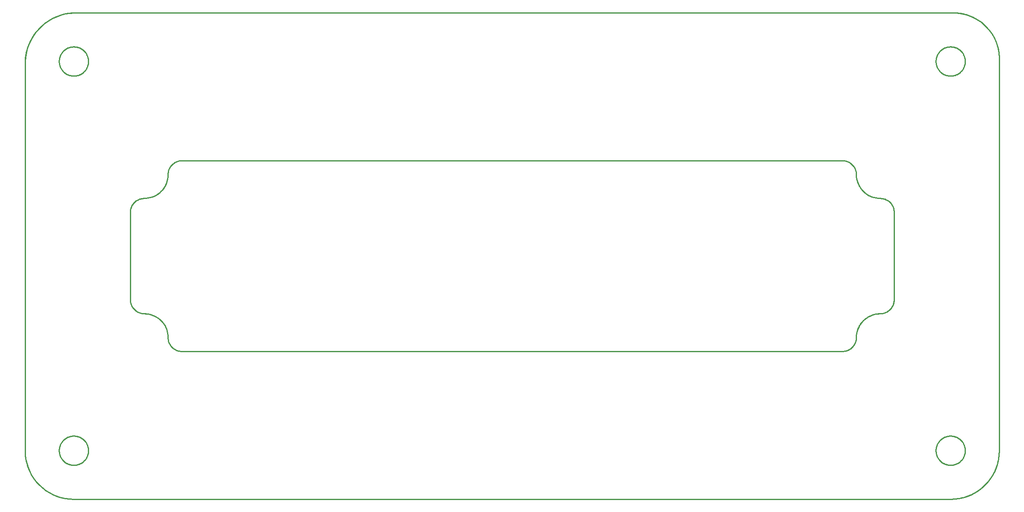
<source format=gko>
G04 EAGLE Gerber RS-274X export*
G75*
%MOMM*%
%FSLAX34Y34*%
%LPD*%
%IN*%
%IPPOS*%
%AMOC8*
5,1,8,0,0,1.08239X$1,22.5*%
G01*
%ADD10C,0.200000*%
%ADD11C,0.000000*%
%ADD12C,0.254000*%


D10*
X-1000000Y-400000D02*
X-999971Y-402416D01*
X-999883Y-404831D01*
X-999737Y-407243D01*
X-999533Y-409651D01*
X-999271Y-412054D01*
X-998951Y-414449D01*
X-998573Y-416836D01*
X-998137Y-419213D01*
X-997644Y-421578D01*
X-997094Y-423932D01*
X-996488Y-426271D01*
X-995825Y-428595D01*
X-995106Y-430902D01*
X-994331Y-433191D01*
X-993502Y-435460D01*
X-992617Y-437709D01*
X-991679Y-439936D01*
X-990687Y-442140D01*
X-989643Y-444319D01*
X-988546Y-446472D01*
X-987397Y-448598D01*
X-986197Y-450696D01*
X-984947Y-452764D01*
X-983647Y-454801D01*
X-982298Y-456806D01*
X-980902Y-458779D01*
X-979458Y-460716D01*
X-977967Y-462619D01*
X-976432Y-464484D01*
X-974851Y-466312D01*
X-973227Y-468102D01*
X-971560Y-469851D01*
X-969851Y-471560D01*
X-968102Y-473227D01*
X-966312Y-474851D01*
X-964484Y-476432D01*
X-962619Y-477967D01*
X-960716Y-479458D01*
X-958779Y-480902D01*
X-956806Y-482298D01*
X-954801Y-483647D01*
X-952764Y-484947D01*
X-950696Y-486197D01*
X-948598Y-487397D01*
X-946472Y-488546D01*
X-944319Y-489643D01*
X-942140Y-490687D01*
X-939936Y-491679D01*
X-937709Y-492617D01*
X-935460Y-493502D01*
X-933191Y-494331D01*
X-930902Y-495106D01*
X-928595Y-495825D01*
X-926271Y-496488D01*
X-923932Y-497094D01*
X-921578Y-497644D01*
X-919213Y-498137D01*
X-916836Y-498573D01*
X-914449Y-498951D01*
X-912054Y-499271D01*
X-909651Y-499533D01*
X-907243Y-499737D01*
X-904831Y-499883D01*
X-902416Y-499971D01*
X-900000Y-500000D01*
X900000Y-500000D01*
X902416Y-499971D01*
X904831Y-499883D01*
X907243Y-499737D01*
X909651Y-499533D01*
X912054Y-499271D01*
X914449Y-498951D01*
X916836Y-498573D01*
X919213Y-498137D01*
X921578Y-497644D01*
X923932Y-497094D01*
X926271Y-496488D01*
X928595Y-495825D01*
X930902Y-495106D01*
X933191Y-494331D01*
X935460Y-493502D01*
X937709Y-492617D01*
X939936Y-491679D01*
X942140Y-490687D01*
X944319Y-489643D01*
X946472Y-488546D01*
X948598Y-487397D01*
X950696Y-486197D01*
X952764Y-484947D01*
X954801Y-483647D01*
X956806Y-482298D01*
X958779Y-480902D01*
X960716Y-479458D01*
X962619Y-477967D01*
X964484Y-476432D01*
X966312Y-474851D01*
X968102Y-473227D01*
X969851Y-471560D01*
X971560Y-469851D01*
X973227Y-468102D01*
X974851Y-466312D01*
X976432Y-464484D01*
X977967Y-462619D01*
X979458Y-460716D01*
X980902Y-458779D01*
X982298Y-456806D01*
X983647Y-454801D01*
X984947Y-452764D01*
X986197Y-450696D01*
X987397Y-448598D01*
X988546Y-446472D01*
X989643Y-444319D01*
X990687Y-442140D01*
X991679Y-439936D01*
X992617Y-437709D01*
X993502Y-435460D01*
X994331Y-433191D01*
X995106Y-430902D01*
X995825Y-428595D01*
X996488Y-426271D01*
X997094Y-423932D01*
X997644Y-421578D01*
X998137Y-419213D01*
X998573Y-416836D01*
X998951Y-414449D01*
X999271Y-412054D01*
X999533Y-409651D01*
X999737Y-407243D01*
X999883Y-404831D01*
X999971Y-402416D01*
X1000000Y-400000D01*
X1000000Y400000D01*
X1000001Y400000D02*
X1000094Y402297D01*
X1000131Y404596D01*
X1000113Y406894D01*
X1000040Y409192D01*
X999911Y411487D01*
X999726Y413779D01*
X999486Y416065D01*
X999191Y418345D01*
X998841Y420617D01*
X998437Y422880D01*
X997977Y425133D01*
X997464Y427374D01*
X996896Y429601D01*
X996275Y431815D01*
X995600Y434013D01*
X994873Y436193D01*
X994093Y438356D01*
X993261Y440499D01*
X992377Y442621D01*
X991442Y444722D01*
X990457Y446799D01*
X989422Y448852D01*
X988338Y450879D01*
X987205Y452879D01*
X986024Y454851D01*
X984796Y456795D01*
X983521Y458708D01*
X982200Y460590D01*
X980835Y462439D01*
X979425Y464254D01*
X977971Y466035D01*
X976475Y467781D01*
X974937Y469490D01*
X973358Y471161D01*
X971740Y472793D01*
X970082Y474386D01*
X968386Y475939D01*
X966654Y477449D01*
X964885Y478918D01*
X963081Y480344D01*
X961244Y481725D01*
X959373Y483062D01*
X957471Y484353D01*
X955539Y485597D01*
X953576Y486795D01*
X951586Y487945D01*
X949568Y489047D01*
X947524Y490099D01*
X945455Y491102D01*
X943363Y492054D01*
X941248Y492956D01*
X939112Y493806D01*
X936956Y494604D01*
X934782Y495350D01*
X932590Y496043D01*
X930382Y496683D01*
X928159Y497270D01*
X925923Y497803D01*
X923674Y498281D01*
X921415Y498705D01*
X919146Y499074D01*
X916868Y499389D01*
X914584Y499648D01*
X912294Y499852D01*
X910000Y500001D01*
X910000Y500000D02*
X-890000Y500000D01*
X-892539Y500090D01*
X-895079Y500119D01*
X-897619Y500086D01*
X-900157Y499992D01*
X-902693Y499837D01*
X-905224Y499621D01*
X-907749Y499343D01*
X-910266Y499005D01*
X-912775Y498605D01*
X-915273Y498145D01*
X-917760Y497625D01*
X-920233Y497046D01*
X-922692Y496406D01*
X-925134Y495707D01*
X-927558Y494950D01*
X-929964Y494134D01*
X-932349Y493260D01*
X-934713Y492329D01*
X-937053Y491341D01*
X-939369Y490297D01*
X-941658Y489197D01*
X-943921Y488042D01*
X-946155Y486832D01*
X-948359Y485569D01*
X-950532Y484254D01*
X-952672Y482886D01*
X-954779Y481466D01*
X-956851Y479997D01*
X-958887Y478477D01*
X-960885Y476909D01*
X-962845Y475293D01*
X-964766Y473630D01*
X-966645Y471922D01*
X-968483Y470168D01*
X-970278Y468370D01*
X-972029Y466530D01*
X-973735Y464648D01*
X-975395Y462725D01*
X-977008Y460763D01*
X-978573Y458762D01*
X-980089Y456724D01*
X-981556Y454650D01*
X-982972Y452541D01*
X-984337Y450398D01*
X-985649Y448223D01*
X-986909Y446017D01*
X-988115Y443781D01*
X-989266Y441517D01*
X-990363Y439226D01*
X-991404Y436909D01*
X-992388Y434567D01*
X-993316Y432202D01*
X-994186Y429816D01*
X-994998Y427409D01*
X-995752Y424983D01*
X-996447Y422540D01*
X-997083Y420080D01*
X-997659Y417606D01*
X-998176Y415119D01*
X-998632Y412620D01*
X-999027Y410111D01*
X-999362Y407593D01*
X-999636Y405067D01*
X-999849Y402536D01*
X-1000000Y400000D01*
X-1000000Y-400000D01*
X-784000Y-90000D02*
X-784000Y90000D01*
X-678000Y-196000D02*
X678000Y-196000D01*
X784000Y-90000D02*
X784000Y90000D01*
X678000Y196000D02*
X-678000Y196000D01*
X706500Y-167500D02*
X706514Y-166316D01*
X706557Y-165133D01*
X706629Y-163951D01*
X706729Y-162771D01*
X706857Y-161594D01*
X707014Y-160420D01*
X707199Y-159251D01*
X707413Y-158086D01*
X707654Y-156927D01*
X707924Y-155774D01*
X708221Y-154627D01*
X708546Y-153489D01*
X708898Y-152358D01*
X709278Y-151237D01*
X709684Y-150124D01*
X710117Y-149022D01*
X710577Y-147931D01*
X711063Y-146851D01*
X711575Y-145784D01*
X712113Y-144729D01*
X712676Y-143687D01*
X713263Y-142659D01*
X713876Y-141646D01*
X714513Y-140647D01*
X715174Y-139665D01*
X715858Y-138699D01*
X716566Y-137749D01*
X717296Y-136817D01*
X718049Y-135903D01*
X718823Y-135007D01*
X719619Y-134130D01*
X720436Y-133273D01*
X721273Y-132436D01*
X722130Y-131619D01*
X723007Y-130823D01*
X723903Y-130049D01*
X724817Y-129296D01*
X725749Y-128566D01*
X726699Y-127858D01*
X727665Y-127174D01*
X728647Y-126513D01*
X729646Y-125876D01*
X730659Y-125263D01*
X731687Y-124676D01*
X732729Y-124113D01*
X733784Y-123575D01*
X734851Y-123063D01*
X735931Y-122577D01*
X737022Y-122117D01*
X738124Y-121684D01*
X739237Y-121278D01*
X740358Y-120898D01*
X741489Y-120546D01*
X742627Y-120221D01*
X743774Y-119924D01*
X744927Y-119654D01*
X746086Y-119413D01*
X747251Y-119199D01*
X748420Y-119014D01*
X749594Y-118857D01*
X750771Y-118729D01*
X751951Y-118629D01*
X753133Y-118557D01*
X754316Y-118514D01*
X755500Y-118500D01*
X706500Y-167500D02*
X706492Y-168189D01*
X706467Y-168877D01*
X706425Y-169564D01*
X706367Y-170251D01*
X706292Y-170935D01*
X706201Y-171618D01*
X706093Y-172298D01*
X705969Y-172976D01*
X705829Y-173650D01*
X705672Y-174320D01*
X705499Y-174987D01*
X705310Y-175649D01*
X705105Y-176307D01*
X704884Y-176959D01*
X704648Y-177606D01*
X704396Y-178247D01*
X704129Y-178882D01*
X703846Y-179510D01*
X703548Y-180131D01*
X703235Y-180745D01*
X702908Y-181351D01*
X702566Y-181948D01*
X702210Y-182538D01*
X701839Y-183118D01*
X701455Y-183690D01*
X701057Y-184252D01*
X700645Y-184804D01*
X700221Y-185346D01*
X699783Y-185878D01*
X699333Y-186399D01*
X698870Y-186909D01*
X698395Y-187408D01*
X697908Y-187895D01*
X697409Y-188370D01*
X696899Y-188833D01*
X696378Y-189283D01*
X695846Y-189721D01*
X695304Y-190145D01*
X694752Y-190557D01*
X694190Y-190955D01*
X693618Y-191339D01*
X693038Y-191710D01*
X692448Y-192066D01*
X691851Y-192408D01*
X691245Y-192735D01*
X690631Y-193048D01*
X690010Y-193346D01*
X689382Y-193629D01*
X688747Y-193896D01*
X688106Y-194148D01*
X687459Y-194384D01*
X686807Y-194605D01*
X686149Y-194810D01*
X685487Y-194999D01*
X684820Y-195172D01*
X684150Y-195329D01*
X683476Y-195469D01*
X682798Y-195593D01*
X682118Y-195701D01*
X681435Y-195792D01*
X680751Y-195867D01*
X680064Y-195925D01*
X679377Y-195967D01*
X678689Y-195992D01*
X678000Y-196000D01*
X755500Y-118500D02*
X756189Y-118492D01*
X756877Y-118467D01*
X757564Y-118425D01*
X758251Y-118367D01*
X758935Y-118292D01*
X759618Y-118201D01*
X760298Y-118093D01*
X760976Y-117969D01*
X761650Y-117829D01*
X762320Y-117672D01*
X762987Y-117499D01*
X763649Y-117310D01*
X764307Y-117105D01*
X764959Y-116884D01*
X765606Y-116648D01*
X766247Y-116396D01*
X766882Y-116129D01*
X767510Y-115846D01*
X768131Y-115548D01*
X768745Y-115235D01*
X769351Y-114908D01*
X769948Y-114566D01*
X770538Y-114210D01*
X771118Y-113839D01*
X771690Y-113455D01*
X772252Y-113057D01*
X772804Y-112645D01*
X773346Y-112221D01*
X773878Y-111783D01*
X774399Y-111333D01*
X774909Y-110870D01*
X775408Y-110395D01*
X775895Y-109908D01*
X776370Y-109409D01*
X776833Y-108899D01*
X777283Y-108378D01*
X777721Y-107846D01*
X778145Y-107304D01*
X778557Y-106752D01*
X778955Y-106190D01*
X779339Y-105618D01*
X779710Y-105038D01*
X780066Y-104448D01*
X780408Y-103851D01*
X780735Y-103245D01*
X781048Y-102631D01*
X781346Y-102010D01*
X781629Y-101382D01*
X781896Y-100747D01*
X782148Y-100106D01*
X782384Y-99459D01*
X782605Y-98807D01*
X782810Y-98149D01*
X782999Y-97487D01*
X783172Y-96820D01*
X783329Y-96150D01*
X783469Y-95476D01*
X783593Y-94798D01*
X783701Y-94118D01*
X783792Y-93435D01*
X783867Y-92751D01*
X783925Y-92064D01*
X783967Y-91377D01*
X783992Y-90689D01*
X784000Y-90000D01*
X755500Y118500D02*
X754316Y118514D01*
X753133Y118557D01*
X751951Y118629D01*
X750771Y118729D01*
X749594Y118857D01*
X748420Y119014D01*
X747251Y119199D01*
X746086Y119413D01*
X744927Y119654D01*
X743774Y119924D01*
X742627Y120221D01*
X741489Y120546D01*
X740358Y120898D01*
X739237Y121278D01*
X738124Y121684D01*
X737022Y122117D01*
X735931Y122577D01*
X734851Y123063D01*
X733784Y123575D01*
X732729Y124113D01*
X731687Y124676D01*
X730659Y125263D01*
X729646Y125876D01*
X728647Y126513D01*
X727665Y127174D01*
X726699Y127858D01*
X725749Y128566D01*
X724817Y129296D01*
X723903Y130049D01*
X723007Y130823D01*
X722130Y131619D01*
X721273Y132436D01*
X720436Y133273D01*
X719619Y134130D01*
X718823Y135007D01*
X718049Y135903D01*
X717296Y136817D01*
X716566Y137749D01*
X715858Y138699D01*
X715174Y139665D01*
X714513Y140647D01*
X713876Y141646D01*
X713263Y142659D01*
X712676Y143687D01*
X712113Y144729D01*
X711575Y145784D01*
X711063Y146851D01*
X710577Y147931D01*
X710117Y149022D01*
X709684Y150124D01*
X709278Y151237D01*
X708898Y152358D01*
X708546Y153489D01*
X708221Y154627D01*
X707924Y155774D01*
X707654Y156927D01*
X707413Y158086D01*
X707199Y159251D01*
X707014Y160420D01*
X706857Y161594D01*
X706729Y162771D01*
X706629Y163951D01*
X706557Y165133D01*
X706514Y166316D01*
X706500Y167500D01*
X755500Y118500D02*
X756189Y118492D01*
X756877Y118467D01*
X757564Y118425D01*
X758251Y118367D01*
X758935Y118292D01*
X759618Y118201D01*
X760298Y118093D01*
X760976Y117969D01*
X761650Y117829D01*
X762320Y117672D01*
X762987Y117499D01*
X763649Y117310D01*
X764307Y117105D01*
X764959Y116884D01*
X765606Y116648D01*
X766247Y116396D01*
X766882Y116129D01*
X767510Y115846D01*
X768131Y115548D01*
X768745Y115235D01*
X769351Y114908D01*
X769948Y114566D01*
X770538Y114210D01*
X771118Y113839D01*
X771690Y113455D01*
X772252Y113057D01*
X772804Y112645D01*
X773346Y112221D01*
X773878Y111783D01*
X774399Y111333D01*
X774909Y110870D01*
X775408Y110395D01*
X775895Y109908D01*
X776370Y109409D01*
X776833Y108899D01*
X777283Y108378D01*
X777721Y107846D01*
X778145Y107304D01*
X778557Y106752D01*
X778955Y106190D01*
X779339Y105618D01*
X779710Y105038D01*
X780066Y104448D01*
X780408Y103851D01*
X780735Y103245D01*
X781048Y102631D01*
X781346Y102010D01*
X781629Y101382D01*
X781896Y100747D01*
X782148Y100106D01*
X782384Y99459D01*
X782605Y98807D01*
X782810Y98149D01*
X782999Y97487D01*
X783172Y96820D01*
X783329Y96150D01*
X783469Y95476D01*
X783593Y94798D01*
X783701Y94118D01*
X783792Y93435D01*
X783867Y92751D01*
X783925Y92064D01*
X783967Y91377D01*
X783992Y90689D01*
X784000Y90000D01*
X706500Y167500D02*
X706492Y168189D01*
X706467Y168877D01*
X706425Y169564D01*
X706367Y170251D01*
X706292Y170935D01*
X706201Y171618D01*
X706093Y172298D01*
X705969Y172976D01*
X705829Y173650D01*
X705672Y174320D01*
X705499Y174987D01*
X705310Y175649D01*
X705105Y176307D01*
X704884Y176959D01*
X704648Y177606D01*
X704396Y178247D01*
X704129Y178882D01*
X703846Y179510D01*
X703548Y180131D01*
X703235Y180745D01*
X702908Y181351D01*
X702566Y181948D01*
X702210Y182538D01*
X701839Y183118D01*
X701455Y183690D01*
X701057Y184252D01*
X700645Y184804D01*
X700221Y185346D01*
X699783Y185878D01*
X699333Y186399D01*
X698870Y186909D01*
X698395Y187408D01*
X697908Y187895D01*
X697409Y188370D01*
X696899Y188833D01*
X696378Y189283D01*
X695846Y189721D01*
X695304Y190145D01*
X694752Y190557D01*
X694190Y190955D01*
X693618Y191339D01*
X693038Y191710D01*
X692448Y192066D01*
X691851Y192408D01*
X691245Y192735D01*
X690631Y193048D01*
X690010Y193346D01*
X689382Y193629D01*
X688747Y193896D01*
X688106Y194148D01*
X687459Y194384D01*
X686807Y194605D01*
X686149Y194810D01*
X685487Y194999D01*
X684820Y195172D01*
X684150Y195329D01*
X683476Y195469D01*
X682798Y195593D01*
X682118Y195701D01*
X681435Y195792D01*
X680751Y195867D01*
X680064Y195925D01*
X679377Y195967D01*
X678689Y195992D01*
X678000Y196000D01*
X-706500Y167500D02*
X-706514Y166316D01*
X-706557Y165133D01*
X-706629Y163951D01*
X-706729Y162771D01*
X-706857Y161594D01*
X-707014Y160420D01*
X-707199Y159251D01*
X-707413Y158086D01*
X-707654Y156927D01*
X-707924Y155774D01*
X-708221Y154627D01*
X-708546Y153489D01*
X-708898Y152358D01*
X-709278Y151237D01*
X-709684Y150124D01*
X-710117Y149022D01*
X-710577Y147931D01*
X-711063Y146851D01*
X-711575Y145784D01*
X-712113Y144729D01*
X-712676Y143687D01*
X-713263Y142659D01*
X-713876Y141646D01*
X-714513Y140647D01*
X-715174Y139665D01*
X-715858Y138699D01*
X-716566Y137749D01*
X-717296Y136817D01*
X-718049Y135903D01*
X-718823Y135007D01*
X-719619Y134130D01*
X-720436Y133273D01*
X-721273Y132436D01*
X-722130Y131619D01*
X-723007Y130823D01*
X-723903Y130049D01*
X-724817Y129296D01*
X-725749Y128566D01*
X-726699Y127858D01*
X-727665Y127174D01*
X-728647Y126513D01*
X-729646Y125876D01*
X-730659Y125263D01*
X-731687Y124676D01*
X-732729Y124113D01*
X-733784Y123575D01*
X-734851Y123063D01*
X-735931Y122577D01*
X-737022Y122117D01*
X-738124Y121684D01*
X-739237Y121278D01*
X-740358Y120898D01*
X-741489Y120546D01*
X-742627Y120221D01*
X-743774Y119924D01*
X-744927Y119654D01*
X-746086Y119413D01*
X-747251Y119199D01*
X-748420Y119014D01*
X-749594Y118857D01*
X-750771Y118729D01*
X-751951Y118629D01*
X-753133Y118557D01*
X-754316Y118514D01*
X-755500Y118500D01*
X-706500Y167500D02*
X-706492Y168189D01*
X-706467Y168877D01*
X-706425Y169564D01*
X-706367Y170251D01*
X-706292Y170935D01*
X-706201Y171618D01*
X-706093Y172298D01*
X-705969Y172976D01*
X-705829Y173650D01*
X-705672Y174320D01*
X-705499Y174987D01*
X-705310Y175649D01*
X-705105Y176307D01*
X-704884Y176959D01*
X-704648Y177606D01*
X-704396Y178247D01*
X-704129Y178882D01*
X-703846Y179510D01*
X-703548Y180131D01*
X-703235Y180745D01*
X-702908Y181351D01*
X-702566Y181948D01*
X-702210Y182538D01*
X-701839Y183118D01*
X-701455Y183690D01*
X-701057Y184252D01*
X-700645Y184804D01*
X-700221Y185346D01*
X-699783Y185878D01*
X-699333Y186399D01*
X-698870Y186909D01*
X-698395Y187408D01*
X-697908Y187895D01*
X-697409Y188370D01*
X-696899Y188833D01*
X-696378Y189283D01*
X-695846Y189721D01*
X-695304Y190145D01*
X-694752Y190557D01*
X-694190Y190955D01*
X-693618Y191339D01*
X-693038Y191710D01*
X-692448Y192066D01*
X-691851Y192408D01*
X-691245Y192735D01*
X-690631Y193048D01*
X-690010Y193346D01*
X-689382Y193629D01*
X-688747Y193896D01*
X-688106Y194148D01*
X-687459Y194384D01*
X-686807Y194605D01*
X-686149Y194810D01*
X-685487Y194999D01*
X-684820Y195172D01*
X-684150Y195329D01*
X-683476Y195469D01*
X-682798Y195593D01*
X-682118Y195701D01*
X-681435Y195792D01*
X-680751Y195867D01*
X-680064Y195925D01*
X-679377Y195967D01*
X-678689Y195992D01*
X-678000Y196000D01*
X-755500Y118500D02*
X-756189Y118492D01*
X-756877Y118467D01*
X-757564Y118425D01*
X-758251Y118367D01*
X-758935Y118292D01*
X-759618Y118201D01*
X-760298Y118093D01*
X-760976Y117969D01*
X-761650Y117829D01*
X-762320Y117672D01*
X-762987Y117499D01*
X-763649Y117310D01*
X-764307Y117105D01*
X-764959Y116884D01*
X-765606Y116648D01*
X-766247Y116396D01*
X-766882Y116129D01*
X-767510Y115846D01*
X-768131Y115548D01*
X-768745Y115235D01*
X-769351Y114908D01*
X-769948Y114566D01*
X-770538Y114210D01*
X-771118Y113839D01*
X-771690Y113455D01*
X-772252Y113057D01*
X-772804Y112645D01*
X-773346Y112221D01*
X-773878Y111783D01*
X-774399Y111333D01*
X-774909Y110870D01*
X-775408Y110395D01*
X-775895Y109908D01*
X-776370Y109409D01*
X-776833Y108899D01*
X-777283Y108378D01*
X-777721Y107846D01*
X-778145Y107304D01*
X-778557Y106752D01*
X-778955Y106190D01*
X-779339Y105618D01*
X-779710Y105038D01*
X-780066Y104448D01*
X-780408Y103851D01*
X-780735Y103245D01*
X-781048Y102631D01*
X-781346Y102010D01*
X-781629Y101382D01*
X-781896Y100747D01*
X-782148Y100106D01*
X-782384Y99459D01*
X-782605Y98807D01*
X-782810Y98149D01*
X-782999Y97487D01*
X-783172Y96820D01*
X-783329Y96150D01*
X-783469Y95476D01*
X-783593Y94798D01*
X-783701Y94118D01*
X-783792Y93435D01*
X-783867Y92751D01*
X-783925Y92064D01*
X-783967Y91377D01*
X-783992Y90689D01*
X-784000Y90000D01*
X-755500Y-118500D02*
X-754316Y-118514D01*
X-753133Y-118557D01*
X-751951Y-118629D01*
X-750771Y-118729D01*
X-749594Y-118857D01*
X-748420Y-119014D01*
X-747251Y-119199D01*
X-746086Y-119413D01*
X-744927Y-119654D01*
X-743774Y-119924D01*
X-742627Y-120221D01*
X-741489Y-120546D01*
X-740358Y-120898D01*
X-739237Y-121278D01*
X-738124Y-121684D01*
X-737022Y-122117D01*
X-735931Y-122577D01*
X-734851Y-123063D01*
X-733784Y-123575D01*
X-732729Y-124113D01*
X-731687Y-124676D01*
X-730659Y-125263D01*
X-729646Y-125876D01*
X-728647Y-126513D01*
X-727665Y-127174D01*
X-726699Y-127858D01*
X-725749Y-128566D01*
X-724817Y-129296D01*
X-723903Y-130049D01*
X-723007Y-130823D01*
X-722130Y-131619D01*
X-721273Y-132436D01*
X-720436Y-133273D01*
X-719619Y-134130D01*
X-718823Y-135007D01*
X-718049Y-135903D01*
X-717296Y-136817D01*
X-716566Y-137749D01*
X-715858Y-138699D01*
X-715174Y-139665D01*
X-714513Y-140647D01*
X-713876Y-141646D01*
X-713263Y-142659D01*
X-712676Y-143687D01*
X-712113Y-144729D01*
X-711575Y-145784D01*
X-711063Y-146851D01*
X-710577Y-147931D01*
X-710117Y-149022D01*
X-709684Y-150124D01*
X-709278Y-151237D01*
X-708898Y-152358D01*
X-708546Y-153489D01*
X-708221Y-154627D01*
X-707924Y-155774D01*
X-707654Y-156927D01*
X-707413Y-158086D01*
X-707199Y-159251D01*
X-707014Y-160420D01*
X-706857Y-161594D01*
X-706729Y-162771D01*
X-706629Y-163951D01*
X-706557Y-165133D01*
X-706514Y-166316D01*
X-706500Y-167500D01*
X-755500Y-118500D02*
X-756189Y-118492D01*
X-756877Y-118467D01*
X-757564Y-118425D01*
X-758251Y-118367D01*
X-758935Y-118292D01*
X-759618Y-118201D01*
X-760298Y-118093D01*
X-760976Y-117969D01*
X-761650Y-117829D01*
X-762320Y-117672D01*
X-762987Y-117499D01*
X-763649Y-117310D01*
X-764307Y-117105D01*
X-764959Y-116884D01*
X-765606Y-116648D01*
X-766247Y-116396D01*
X-766882Y-116129D01*
X-767510Y-115846D01*
X-768131Y-115548D01*
X-768745Y-115235D01*
X-769351Y-114908D01*
X-769948Y-114566D01*
X-770538Y-114210D01*
X-771118Y-113839D01*
X-771690Y-113455D01*
X-772252Y-113057D01*
X-772804Y-112645D01*
X-773346Y-112221D01*
X-773878Y-111783D01*
X-774399Y-111333D01*
X-774909Y-110870D01*
X-775408Y-110395D01*
X-775895Y-109908D01*
X-776370Y-109409D01*
X-776833Y-108899D01*
X-777283Y-108378D01*
X-777721Y-107846D01*
X-778145Y-107304D01*
X-778557Y-106752D01*
X-778955Y-106190D01*
X-779339Y-105618D01*
X-779710Y-105038D01*
X-780066Y-104448D01*
X-780408Y-103851D01*
X-780735Y-103245D01*
X-781048Y-102631D01*
X-781346Y-102010D01*
X-781629Y-101382D01*
X-781896Y-100747D01*
X-782148Y-100106D01*
X-782384Y-99459D01*
X-782605Y-98807D01*
X-782810Y-98149D01*
X-782999Y-97487D01*
X-783172Y-96820D01*
X-783329Y-96150D01*
X-783469Y-95476D01*
X-783593Y-94798D01*
X-783701Y-94118D01*
X-783792Y-93435D01*
X-783867Y-92751D01*
X-783925Y-92064D01*
X-783967Y-91377D01*
X-783992Y-90689D01*
X-784000Y-90000D01*
X-706500Y-167500D02*
X-706492Y-168189D01*
X-706467Y-168877D01*
X-706425Y-169564D01*
X-706367Y-170251D01*
X-706292Y-170935D01*
X-706201Y-171618D01*
X-706093Y-172298D01*
X-705969Y-172976D01*
X-705829Y-173650D01*
X-705672Y-174320D01*
X-705499Y-174987D01*
X-705310Y-175649D01*
X-705105Y-176307D01*
X-704884Y-176959D01*
X-704648Y-177606D01*
X-704396Y-178247D01*
X-704129Y-178882D01*
X-703846Y-179510D01*
X-703548Y-180131D01*
X-703235Y-180745D01*
X-702908Y-181351D01*
X-702566Y-181948D01*
X-702210Y-182538D01*
X-701839Y-183118D01*
X-701455Y-183690D01*
X-701057Y-184252D01*
X-700645Y-184804D01*
X-700221Y-185346D01*
X-699783Y-185878D01*
X-699333Y-186399D01*
X-698870Y-186909D01*
X-698395Y-187408D01*
X-697908Y-187895D01*
X-697409Y-188370D01*
X-696899Y-188833D01*
X-696378Y-189283D01*
X-695846Y-189721D01*
X-695304Y-190145D01*
X-694752Y-190557D01*
X-694190Y-190955D01*
X-693618Y-191339D01*
X-693038Y-191710D01*
X-692448Y-192066D01*
X-691851Y-192408D01*
X-691245Y-192735D01*
X-690631Y-193048D01*
X-690010Y-193346D01*
X-689382Y-193629D01*
X-688747Y-193896D01*
X-688106Y-194148D01*
X-687459Y-194384D01*
X-686807Y-194605D01*
X-686149Y-194810D01*
X-685487Y-194999D01*
X-684820Y-195172D01*
X-684150Y-195329D01*
X-683476Y-195469D01*
X-682798Y-195593D01*
X-682118Y-195701D01*
X-681435Y-195792D01*
X-680751Y-195867D01*
X-680064Y-195925D01*
X-679377Y-195967D01*
X-678689Y-195992D01*
X-678000Y-196000D01*
D11*
X-930000Y400000D02*
X-929991Y400736D01*
X-929964Y401472D01*
X-929919Y402207D01*
X-929856Y402941D01*
X-929774Y403672D01*
X-929675Y404402D01*
X-929558Y405129D01*
X-929424Y405853D01*
X-929271Y406573D01*
X-929101Y407289D01*
X-928913Y408001D01*
X-928708Y408709D01*
X-928486Y409410D01*
X-928246Y410107D01*
X-927990Y410797D01*
X-927716Y411481D01*
X-927426Y412157D01*
X-927120Y412827D01*
X-926797Y413488D01*
X-926458Y414142D01*
X-926103Y414787D01*
X-925732Y415423D01*
X-925346Y416050D01*
X-924944Y416667D01*
X-924528Y417274D01*
X-924096Y417871D01*
X-923650Y418457D01*
X-923190Y419032D01*
X-922716Y419595D01*
X-922229Y420147D01*
X-921727Y420686D01*
X-921213Y421213D01*
X-920686Y421727D01*
X-920147Y422229D01*
X-919595Y422716D01*
X-919032Y423190D01*
X-918457Y423650D01*
X-917871Y424096D01*
X-917274Y424528D01*
X-916667Y424944D01*
X-916050Y425346D01*
X-915423Y425732D01*
X-914787Y426103D01*
X-914142Y426458D01*
X-913488Y426797D01*
X-912827Y427120D01*
X-912157Y427426D01*
X-911481Y427716D01*
X-910797Y427990D01*
X-910107Y428246D01*
X-909410Y428486D01*
X-908709Y428708D01*
X-908001Y428913D01*
X-907289Y429101D01*
X-906573Y429271D01*
X-905853Y429424D01*
X-905129Y429558D01*
X-904402Y429675D01*
X-903672Y429774D01*
X-902941Y429856D01*
X-902207Y429919D01*
X-901472Y429964D01*
X-900736Y429991D01*
X-900000Y430000D01*
X-899264Y429991D01*
X-898528Y429964D01*
X-897793Y429919D01*
X-897059Y429856D01*
X-896328Y429774D01*
X-895598Y429675D01*
X-894871Y429558D01*
X-894147Y429424D01*
X-893427Y429271D01*
X-892711Y429101D01*
X-891999Y428913D01*
X-891291Y428708D01*
X-890590Y428486D01*
X-889893Y428246D01*
X-889203Y427990D01*
X-888519Y427716D01*
X-887843Y427426D01*
X-887173Y427120D01*
X-886512Y426797D01*
X-885858Y426458D01*
X-885213Y426103D01*
X-884577Y425732D01*
X-883950Y425346D01*
X-883333Y424944D01*
X-882726Y424528D01*
X-882129Y424096D01*
X-881543Y423650D01*
X-880968Y423190D01*
X-880405Y422716D01*
X-879853Y422229D01*
X-879314Y421727D01*
X-878787Y421213D01*
X-878273Y420686D01*
X-877771Y420147D01*
X-877284Y419595D01*
X-876810Y419032D01*
X-876350Y418457D01*
X-875904Y417871D01*
X-875472Y417274D01*
X-875056Y416667D01*
X-874654Y416050D01*
X-874268Y415423D01*
X-873897Y414787D01*
X-873542Y414142D01*
X-873203Y413488D01*
X-872880Y412827D01*
X-872574Y412157D01*
X-872284Y411481D01*
X-872010Y410797D01*
X-871754Y410107D01*
X-871514Y409410D01*
X-871292Y408709D01*
X-871087Y408001D01*
X-870899Y407289D01*
X-870729Y406573D01*
X-870576Y405853D01*
X-870442Y405129D01*
X-870325Y404402D01*
X-870226Y403672D01*
X-870144Y402941D01*
X-870081Y402207D01*
X-870036Y401472D01*
X-870009Y400736D01*
X-870000Y400000D01*
X-870009Y399264D01*
X-870036Y398528D01*
X-870081Y397793D01*
X-870144Y397059D01*
X-870226Y396328D01*
X-870325Y395598D01*
X-870442Y394871D01*
X-870576Y394147D01*
X-870729Y393427D01*
X-870899Y392711D01*
X-871087Y391999D01*
X-871292Y391291D01*
X-871514Y390590D01*
X-871754Y389893D01*
X-872010Y389203D01*
X-872284Y388519D01*
X-872574Y387843D01*
X-872880Y387173D01*
X-873203Y386512D01*
X-873542Y385858D01*
X-873897Y385213D01*
X-874268Y384577D01*
X-874654Y383950D01*
X-875056Y383333D01*
X-875472Y382726D01*
X-875904Y382129D01*
X-876350Y381543D01*
X-876810Y380968D01*
X-877284Y380405D01*
X-877771Y379853D01*
X-878273Y379314D01*
X-878787Y378787D01*
X-879314Y378273D01*
X-879853Y377771D01*
X-880405Y377284D01*
X-880968Y376810D01*
X-881543Y376350D01*
X-882129Y375904D01*
X-882726Y375472D01*
X-883333Y375056D01*
X-883950Y374654D01*
X-884577Y374268D01*
X-885213Y373897D01*
X-885858Y373542D01*
X-886512Y373203D01*
X-887173Y372880D01*
X-887843Y372574D01*
X-888519Y372284D01*
X-889203Y372010D01*
X-889893Y371754D01*
X-890590Y371514D01*
X-891291Y371292D01*
X-891999Y371087D01*
X-892711Y370899D01*
X-893427Y370729D01*
X-894147Y370576D01*
X-894871Y370442D01*
X-895598Y370325D01*
X-896328Y370226D01*
X-897059Y370144D01*
X-897793Y370081D01*
X-898528Y370036D01*
X-899264Y370009D01*
X-900000Y370000D01*
X-900736Y370009D01*
X-901472Y370036D01*
X-902207Y370081D01*
X-902941Y370144D01*
X-903672Y370226D01*
X-904402Y370325D01*
X-905129Y370442D01*
X-905853Y370576D01*
X-906573Y370729D01*
X-907289Y370899D01*
X-908001Y371087D01*
X-908709Y371292D01*
X-909410Y371514D01*
X-910107Y371754D01*
X-910797Y372010D01*
X-911481Y372284D01*
X-912157Y372574D01*
X-912827Y372880D01*
X-913488Y373203D01*
X-914142Y373542D01*
X-914787Y373897D01*
X-915423Y374268D01*
X-916050Y374654D01*
X-916667Y375056D01*
X-917274Y375472D01*
X-917871Y375904D01*
X-918457Y376350D01*
X-919032Y376810D01*
X-919595Y377284D01*
X-920147Y377771D01*
X-920686Y378273D01*
X-921213Y378787D01*
X-921727Y379314D01*
X-922229Y379853D01*
X-922716Y380405D01*
X-923190Y380968D01*
X-923650Y381543D01*
X-924096Y382129D01*
X-924528Y382726D01*
X-924944Y383333D01*
X-925346Y383950D01*
X-925732Y384577D01*
X-926103Y385213D01*
X-926458Y385858D01*
X-926797Y386512D01*
X-927120Y387173D01*
X-927426Y387843D01*
X-927716Y388519D01*
X-927990Y389203D01*
X-928246Y389893D01*
X-928486Y390590D01*
X-928708Y391291D01*
X-928913Y391999D01*
X-929101Y392711D01*
X-929271Y393427D01*
X-929424Y394147D01*
X-929558Y394871D01*
X-929675Y395598D01*
X-929774Y396328D01*
X-929856Y397059D01*
X-929919Y397793D01*
X-929964Y398528D01*
X-929991Y399264D01*
X-930000Y400000D01*
X870000Y400000D02*
X870009Y400736D01*
X870036Y401472D01*
X870081Y402207D01*
X870144Y402941D01*
X870226Y403672D01*
X870325Y404402D01*
X870442Y405129D01*
X870576Y405853D01*
X870729Y406573D01*
X870899Y407289D01*
X871087Y408001D01*
X871292Y408709D01*
X871514Y409410D01*
X871754Y410107D01*
X872010Y410797D01*
X872284Y411481D01*
X872574Y412157D01*
X872880Y412827D01*
X873203Y413488D01*
X873542Y414142D01*
X873897Y414787D01*
X874268Y415423D01*
X874654Y416050D01*
X875056Y416667D01*
X875472Y417274D01*
X875904Y417871D01*
X876350Y418457D01*
X876810Y419032D01*
X877284Y419595D01*
X877771Y420147D01*
X878273Y420686D01*
X878787Y421213D01*
X879314Y421727D01*
X879853Y422229D01*
X880405Y422716D01*
X880968Y423190D01*
X881543Y423650D01*
X882129Y424096D01*
X882726Y424528D01*
X883333Y424944D01*
X883950Y425346D01*
X884577Y425732D01*
X885213Y426103D01*
X885858Y426458D01*
X886512Y426797D01*
X887173Y427120D01*
X887843Y427426D01*
X888519Y427716D01*
X889203Y427990D01*
X889893Y428246D01*
X890590Y428486D01*
X891291Y428708D01*
X891999Y428913D01*
X892711Y429101D01*
X893427Y429271D01*
X894147Y429424D01*
X894871Y429558D01*
X895598Y429675D01*
X896328Y429774D01*
X897059Y429856D01*
X897793Y429919D01*
X898528Y429964D01*
X899264Y429991D01*
X900000Y430000D01*
X900736Y429991D01*
X901472Y429964D01*
X902207Y429919D01*
X902941Y429856D01*
X903672Y429774D01*
X904402Y429675D01*
X905129Y429558D01*
X905853Y429424D01*
X906573Y429271D01*
X907289Y429101D01*
X908001Y428913D01*
X908709Y428708D01*
X909410Y428486D01*
X910107Y428246D01*
X910797Y427990D01*
X911481Y427716D01*
X912157Y427426D01*
X912827Y427120D01*
X913488Y426797D01*
X914142Y426458D01*
X914787Y426103D01*
X915423Y425732D01*
X916050Y425346D01*
X916667Y424944D01*
X917274Y424528D01*
X917871Y424096D01*
X918457Y423650D01*
X919032Y423190D01*
X919595Y422716D01*
X920147Y422229D01*
X920686Y421727D01*
X921213Y421213D01*
X921727Y420686D01*
X922229Y420147D01*
X922716Y419595D01*
X923190Y419032D01*
X923650Y418457D01*
X924096Y417871D01*
X924528Y417274D01*
X924944Y416667D01*
X925346Y416050D01*
X925732Y415423D01*
X926103Y414787D01*
X926458Y414142D01*
X926797Y413488D01*
X927120Y412827D01*
X927426Y412157D01*
X927716Y411481D01*
X927990Y410797D01*
X928246Y410107D01*
X928486Y409410D01*
X928708Y408709D01*
X928913Y408001D01*
X929101Y407289D01*
X929271Y406573D01*
X929424Y405853D01*
X929558Y405129D01*
X929675Y404402D01*
X929774Y403672D01*
X929856Y402941D01*
X929919Y402207D01*
X929964Y401472D01*
X929991Y400736D01*
X930000Y400000D01*
X929991Y399264D01*
X929964Y398528D01*
X929919Y397793D01*
X929856Y397059D01*
X929774Y396328D01*
X929675Y395598D01*
X929558Y394871D01*
X929424Y394147D01*
X929271Y393427D01*
X929101Y392711D01*
X928913Y391999D01*
X928708Y391291D01*
X928486Y390590D01*
X928246Y389893D01*
X927990Y389203D01*
X927716Y388519D01*
X927426Y387843D01*
X927120Y387173D01*
X926797Y386512D01*
X926458Y385858D01*
X926103Y385213D01*
X925732Y384577D01*
X925346Y383950D01*
X924944Y383333D01*
X924528Y382726D01*
X924096Y382129D01*
X923650Y381543D01*
X923190Y380968D01*
X922716Y380405D01*
X922229Y379853D01*
X921727Y379314D01*
X921213Y378787D01*
X920686Y378273D01*
X920147Y377771D01*
X919595Y377284D01*
X919032Y376810D01*
X918457Y376350D01*
X917871Y375904D01*
X917274Y375472D01*
X916667Y375056D01*
X916050Y374654D01*
X915423Y374268D01*
X914787Y373897D01*
X914142Y373542D01*
X913488Y373203D01*
X912827Y372880D01*
X912157Y372574D01*
X911481Y372284D01*
X910797Y372010D01*
X910107Y371754D01*
X909410Y371514D01*
X908709Y371292D01*
X908001Y371087D01*
X907289Y370899D01*
X906573Y370729D01*
X905853Y370576D01*
X905129Y370442D01*
X904402Y370325D01*
X903672Y370226D01*
X902941Y370144D01*
X902207Y370081D01*
X901472Y370036D01*
X900736Y370009D01*
X900000Y370000D01*
X899264Y370009D01*
X898528Y370036D01*
X897793Y370081D01*
X897059Y370144D01*
X896328Y370226D01*
X895598Y370325D01*
X894871Y370442D01*
X894147Y370576D01*
X893427Y370729D01*
X892711Y370899D01*
X891999Y371087D01*
X891291Y371292D01*
X890590Y371514D01*
X889893Y371754D01*
X889203Y372010D01*
X888519Y372284D01*
X887843Y372574D01*
X887173Y372880D01*
X886512Y373203D01*
X885858Y373542D01*
X885213Y373897D01*
X884577Y374268D01*
X883950Y374654D01*
X883333Y375056D01*
X882726Y375472D01*
X882129Y375904D01*
X881543Y376350D01*
X880968Y376810D01*
X880405Y377284D01*
X879853Y377771D01*
X879314Y378273D01*
X878787Y378787D01*
X878273Y379314D01*
X877771Y379853D01*
X877284Y380405D01*
X876810Y380968D01*
X876350Y381543D01*
X875904Y382129D01*
X875472Y382726D01*
X875056Y383333D01*
X874654Y383950D01*
X874268Y384577D01*
X873897Y385213D01*
X873542Y385858D01*
X873203Y386512D01*
X872880Y387173D01*
X872574Y387843D01*
X872284Y388519D01*
X872010Y389203D01*
X871754Y389893D01*
X871514Y390590D01*
X871292Y391291D01*
X871087Y391999D01*
X870899Y392711D01*
X870729Y393427D01*
X870576Y394147D01*
X870442Y394871D01*
X870325Y395598D01*
X870226Y396328D01*
X870144Y397059D01*
X870081Y397793D01*
X870036Y398528D01*
X870009Y399264D01*
X870000Y400000D01*
X870000Y-400000D02*
X870009Y-399264D01*
X870036Y-398528D01*
X870081Y-397793D01*
X870144Y-397059D01*
X870226Y-396328D01*
X870325Y-395598D01*
X870442Y-394871D01*
X870576Y-394147D01*
X870729Y-393427D01*
X870899Y-392711D01*
X871087Y-391999D01*
X871292Y-391291D01*
X871514Y-390590D01*
X871754Y-389893D01*
X872010Y-389203D01*
X872284Y-388519D01*
X872574Y-387843D01*
X872880Y-387173D01*
X873203Y-386512D01*
X873542Y-385858D01*
X873897Y-385213D01*
X874268Y-384577D01*
X874654Y-383950D01*
X875056Y-383333D01*
X875472Y-382726D01*
X875904Y-382129D01*
X876350Y-381543D01*
X876810Y-380968D01*
X877284Y-380405D01*
X877771Y-379853D01*
X878273Y-379314D01*
X878787Y-378787D01*
X879314Y-378273D01*
X879853Y-377771D01*
X880405Y-377284D01*
X880968Y-376810D01*
X881543Y-376350D01*
X882129Y-375904D01*
X882726Y-375472D01*
X883333Y-375056D01*
X883950Y-374654D01*
X884577Y-374268D01*
X885213Y-373897D01*
X885858Y-373542D01*
X886512Y-373203D01*
X887173Y-372880D01*
X887843Y-372574D01*
X888519Y-372284D01*
X889203Y-372010D01*
X889893Y-371754D01*
X890590Y-371514D01*
X891291Y-371292D01*
X891999Y-371087D01*
X892711Y-370899D01*
X893427Y-370729D01*
X894147Y-370576D01*
X894871Y-370442D01*
X895598Y-370325D01*
X896328Y-370226D01*
X897059Y-370144D01*
X897793Y-370081D01*
X898528Y-370036D01*
X899264Y-370009D01*
X900000Y-370000D01*
X900736Y-370009D01*
X901472Y-370036D01*
X902207Y-370081D01*
X902941Y-370144D01*
X903672Y-370226D01*
X904402Y-370325D01*
X905129Y-370442D01*
X905853Y-370576D01*
X906573Y-370729D01*
X907289Y-370899D01*
X908001Y-371087D01*
X908709Y-371292D01*
X909410Y-371514D01*
X910107Y-371754D01*
X910797Y-372010D01*
X911481Y-372284D01*
X912157Y-372574D01*
X912827Y-372880D01*
X913488Y-373203D01*
X914142Y-373542D01*
X914787Y-373897D01*
X915423Y-374268D01*
X916050Y-374654D01*
X916667Y-375056D01*
X917274Y-375472D01*
X917871Y-375904D01*
X918457Y-376350D01*
X919032Y-376810D01*
X919595Y-377284D01*
X920147Y-377771D01*
X920686Y-378273D01*
X921213Y-378787D01*
X921727Y-379314D01*
X922229Y-379853D01*
X922716Y-380405D01*
X923190Y-380968D01*
X923650Y-381543D01*
X924096Y-382129D01*
X924528Y-382726D01*
X924944Y-383333D01*
X925346Y-383950D01*
X925732Y-384577D01*
X926103Y-385213D01*
X926458Y-385858D01*
X926797Y-386512D01*
X927120Y-387173D01*
X927426Y-387843D01*
X927716Y-388519D01*
X927990Y-389203D01*
X928246Y-389893D01*
X928486Y-390590D01*
X928708Y-391291D01*
X928913Y-391999D01*
X929101Y-392711D01*
X929271Y-393427D01*
X929424Y-394147D01*
X929558Y-394871D01*
X929675Y-395598D01*
X929774Y-396328D01*
X929856Y-397059D01*
X929919Y-397793D01*
X929964Y-398528D01*
X929991Y-399264D01*
X930000Y-400000D01*
X929991Y-400736D01*
X929964Y-401472D01*
X929919Y-402207D01*
X929856Y-402941D01*
X929774Y-403672D01*
X929675Y-404402D01*
X929558Y-405129D01*
X929424Y-405853D01*
X929271Y-406573D01*
X929101Y-407289D01*
X928913Y-408001D01*
X928708Y-408709D01*
X928486Y-409410D01*
X928246Y-410107D01*
X927990Y-410797D01*
X927716Y-411481D01*
X927426Y-412157D01*
X927120Y-412827D01*
X926797Y-413488D01*
X926458Y-414142D01*
X926103Y-414787D01*
X925732Y-415423D01*
X925346Y-416050D01*
X924944Y-416667D01*
X924528Y-417274D01*
X924096Y-417871D01*
X923650Y-418457D01*
X923190Y-419032D01*
X922716Y-419595D01*
X922229Y-420147D01*
X921727Y-420686D01*
X921213Y-421213D01*
X920686Y-421727D01*
X920147Y-422229D01*
X919595Y-422716D01*
X919032Y-423190D01*
X918457Y-423650D01*
X917871Y-424096D01*
X917274Y-424528D01*
X916667Y-424944D01*
X916050Y-425346D01*
X915423Y-425732D01*
X914787Y-426103D01*
X914142Y-426458D01*
X913488Y-426797D01*
X912827Y-427120D01*
X912157Y-427426D01*
X911481Y-427716D01*
X910797Y-427990D01*
X910107Y-428246D01*
X909410Y-428486D01*
X908709Y-428708D01*
X908001Y-428913D01*
X907289Y-429101D01*
X906573Y-429271D01*
X905853Y-429424D01*
X905129Y-429558D01*
X904402Y-429675D01*
X903672Y-429774D01*
X902941Y-429856D01*
X902207Y-429919D01*
X901472Y-429964D01*
X900736Y-429991D01*
X900000Y-430000D01*
X899264Y-429991D01*
X898528Y-429964D01*
X897793Y-429919D01*
X897059Y-429856D01*
X896328Y-429774D01*
X895598Y-429675D01*
X894871Y-429558D01*
X894147Y-429424D01*
X893427Y-429271D01*
X892711Y-429101D01*
X891999Y-428913D01*
X891291Y-428708D01*
X890590Y-428486D01*
X889893Y-428246D01*
X889203Y-427990D01*
X888519Y-427716D01*
X887843Y-427426D01*
X887173Y-427120D01*
X886512Y-426797D01*
X885858Y-426458D01*
X885213Y-426103D01*
X884577Y-425732D01*
X883950Y-425346D01*
X883333Y-424944D01*
X882726Y-424528D01*
X882129Y-424096D01*
X881543Y-423650D01*
X880968Y-423190D01*
X880405Y-422716D01*
X879853Y-422229D01*
X879314Y-421727D01*
X878787Y-421213D01*
X878273Y-420686D01*
X877771Y-420147D01*
X877284Y-419595D01*
X876810Y-419032D01*
X876350Y-418457D01*
X875904Y-417871D01*
X875472Y-417274D01*
X875056Y-416667D01*
X874654Y-416050D01*
X874268Y-415423D01*
X873897Y-414787D01*
X873542Y-414142D01*
X873203Y-413488D01*
X872880Y-412827D01*
X872574Y-412157D01*
X872284Y-411481D01*
X872010Y-410797D01*
X871754Y-410107D01*
X871514Y-409410D01*
X871292Y-408709D01*
X871087Y-408001D01*
X870899Y-407289D01*
X870729Y-406573D01*
X870576Y-405853D01*
X870442Y-405129D01*
X870325Y-404402D01*
X870226Y-403672D01*
X870144Y-402941D01*
X870081Y-402207D01*
X870036Y-401472D01*
X870009Y-400736D01*
X870000Y-400000D01*
X-930000Y-400000D02*
X-929991Y-399264D01*
X-929964Y-398528D01*
X-929919Y-397793D01*
X-929856Y-397059D01*
X-929774Y-396328D01*
X-929675Y-395598D01*
X-929558Y-394871D01*
X-929424Y-394147D01*
X-929271Y-393427D01*
X-929101Y-392711D01*
X-928913Y-391999D01*
X-928708Y-391291D01*
X-928486Y-390590D01*
X-928246Y-389893D01*
X-927990Y-389203D01*
X-927716Y-388519D01*
X-927426Y-387843D01*
X-927120Y-387173D01*
X-926797Y-386512D01*
X-926458Y-385858D01*
X-926103Y-385213D01*
X-925732Y-384577D01*
X-925346Y-383950D01*
X-924944Y-383333D01*
X-924528Y-382726D01*
X-924096Y-382129D01*
X-923650Y-381543D01*
X-923190Y-380968D01*
X-922716Y-380405D01*
X-922229Y-379853D01*
X-921727Y-379314D01*
X-921213Y-378787D01*
X-920686Y-378273D01*
X-920147Y-377771D01*
X-919595Y-377284D01*
X-919032Y-376810D01*
X-918457Y-376350D01*
X-917871Y-375904D01*
X-917274Y-375472D01*
X-916667Y-375056D01*
X-916050Y-374654D01*
X-915423Y-374268D01*
X-914787Y-373897D01*
X-914142Y-373542D01*
X-913488Y-373203D01*
X-912827Y-372880D01*
X-912157Y-372574D01*
X-911481Y-372284D01*
X-910797Y-372010D01*
X-910107Y-371754D01*
X-909410Y-371514D01*
X-908709Y-371292D01*
X-908001Y-371087D01*
X-907289Y-370899D01*
X-906573Y-370729D01*
X-905853Y-370576D01*
X-905129Y-370442D01*
X-904402Y-370325D01*
X-903672Y-370226D01*
X-902941Y-370144D01*
X-902207Y-370081D01*
X-901472Y-370036D01*
X-900736Y-370009D01*
X-900000Y-370000D01*
X-899264Y-370009D01*
X-898528Y-370036D01*
X-897793Y-370081D01*
X-897059Y-370144D01*
X-896328Y-370226D01*
X-895598Y-370325D01*
X-894871Y-370442D01*
X-894147Y-370576D01*
X-893427Y-370729D01*
X-892711Y-370899D01*
X-891999Y-371087D01*
X-891291Y-371292D01*
X-890590Y-371514D01*
X-889893Y-371754D01*
X-889203Y-372010D01*
X-888519Y-372284D01*
X-887843Y-372574D01*
X-887173Y-372880D01*
X-886512Y-373203D01*
X-885858Y-373542D01*
X-885213Y-373897D01*
X-884577Y-374268D01*
X-883950Y-374654D01*
X-883333Y-375056D01*
X-882726Y-375472D01*
X-882129Y-375904D01*
X-881543Y-376350D01*
X-880968Y-376810D01*
X-880405Y-377284D01*
X-879853Y-377771D01*
X-879314Y-378273D01*
X-878787Y-378787D01*
X-878273Y-379314D01*
X-877771Y-379853D01*
X-877284Y-380405D01*
X-876810Y-380968D01*
X-876350Y-381543D01*
X-875904Y-382129D01*
X-875472Y-382726D01*
X-875056Y-383333D01*
X-874654Y-383950D01*
X-874268Y-384577D01*
X-873897Y-385213D01*
X-873542Y-385858D01*
X-873203Y-386512D01*
X-872880Y-387173D01*
X-872574Y-387843D01*
X-872284Y-388519D01*
X-872010Y-389203D01*
X-871754Y-389893D01*
X-871514Y-390590D01*
X-871292Y-391291D01*
X-871087Y-391999D01*
X-870899Y-392711D01*
X-870729Y-393427D01*
X-870576Y-394147D01*
X-870442Y-394871D01*
X-870325Y-395598D01*
X-870226Y-396328D01*
X-870144Y-397059D01*
X-870081Y-397793D01*
X-870036Y-398528D01*
X-870009Y-399264D01*
X-870000Y-400000D01*
X-870009Y-400736D01*
X-870036Y-401472D01*
X-870081Y-402207D01*
X-870144Y-402941D01*
X-870226Y-403672D01*
X-870325Y-404402D01*
X-870442Y-405129D01*
X-870576Y-405853D01*
X-870729Y-406573D01*
X-870899Y-407289D01*
X-871087Y-408001D01*
X-871292Y-408709D01*
X-871514Y-409410D01*
X-871754Y-410107D01*
X-872010Y-410797D01*
X-872284Y-411481D01*
X-872574Y-412157D01*
X-872880Y-412827D01*
X-873203Y-413488D01*
X-873542Y-414142D01*
X-873897Y-414787D01*
X-874268Y-415423D01*
X-874654Y-416050D01*
X-875056Y-416667D01*
X-875472Y-417274D01*
X-875904Y-417871D01*
X-876350Y-418457D01*
X-876810Y-419032D01*
X-877284Y-419595D01*
X-877771Y-420147D01*
X-878273Y-420686D01*
X-878787Y-421213D01*
X-879314Y-421727D01*
X-879853Y-422229D01*
X-880405Y-422716D01*
X-880968Y-423190D01*
X-881543Y-423650D01*
X-882129Y-424096D01*
X-882726Y-424528D01*
X-883333Y-424944D01*
X-883950Y-425346D01*
X-884577Y-425732D01*
X-885213Y-426103D01*
X-885858Y-426458D01*
X-886512Y-426797D01*
X-887173Y-427120D01*
X-887843Y-427426D01*
X-888519Y-427716D01*
X-889203Y-427990D01*
X-889893Y-428246D01*
X-890590Y-428486D01*
X-891291Y-428708D01*
X-891999Y-428913D01*
X-892711Y-429101D01*
X-893427Y-429271D01*
X-894147Y-429424D01*
X-894871Y-429558D01*
X-895598Y-429675D01*
X-896328Y-429774D01*
X-897059Y-429856D01*
X-897793Y-429919D01*
X-898528Y-429964D01*
X-899264Y-429991D01*
X-900000Y-430000D01*
X-900736Y-429991D01*
X-901472Y-429964D01*
X-902207Y-429919D01*
X-902941Y-429856D01*
X-903672Y-429774D01*
X-904402Y-429675D01*
X-905129Y-429558D01*
X-905853Y-429424D01*
X-906573Y-429271D01*
X-907289Y-429101D01*
X-908001Y-428913D01*
X-908709Y-428708D01*
X-909410Y-428486D01*
X-910107Y-428246D01*
X-910797Y-427990D01*
X-911481Y-427716D01*
X-912157Y-427426D01*
X-912827Y-427120D01*
X-913488Y-426797D01*
X-914142Y-426458D01*
X-914787Y-426103D01*
X-915423Y-425732D01*
X-916050Y-425346D01*
X-916667Y-424944D01*
X-917274Y-424528D01*
X-917871Y-424096D01*
X-918457Y-423650D01*
X-919032Y-423190D01*
X-919595Y-422716D01*
X-920147Y-422229D01*
X-920686Y-421727D01*
X-921213Y-421213D01*
X-921727Y-420686D01*
X-922229Y-420147D01*
X-922716Y-419595D01*
X-923190Y-419032D01*
X-923650Y-418457D01*
X-924096Y-417871D01*
X-924528Y-417274D01*
X-924944Y-416667D01*
X-925346Y-416050D01*
X-925732Y-415423D01*
X-926103Y-414787D01*
X-926458Y-414142D01*
X-926797Y-413488D01*
X-927120Y-412827D01*
X-927426Y-412157D01*
X-927716Y-411481D01*
X-927990Y-410797D01*
X-928246Y-410107D01*
X-928486Y-409410D01*
X-928708Y-408709D01*
X-928913Y-408001D01*
X-929101Y-407289D01*
X-929271Y-406573D01*
X-929424Y-405853D01*
X-929558Y-405129D01*
X-929675Y-404402D01*
X-929774Y-403672D01*
X-929856Y-402941D01*
X-929919Y-402207D01*
X-929964Y-401472D01*
X-929991Y-400736D01*
X-930000Y-400000D01*
D12*
X-1000000Y-400000D02*
X-999619Y-408716D01*
X-998481Y-417365D01*
X-996593Y-425882D01*
X-993969Y-434202D01*
X-990631Y-442262D01*
X-986603Y-450000D01*
X-981915Y-457358D01*
X-976604Y-464279D01*
X-970711Y-470711D01*
X-964279Y-476604D01*
X-957358Y-481915D01*
X-950000Y-486603D01*
X-942262Y-490631D01*
X-934202Y-493969D01*
X-925882Y-496593D01*
X-917365Y-498481D01*
X-908716Y-499619D01*
X-900000Y-500000D01*
X900000Y-500000D01*
X908716Y-499619D01*
X917365Y-498481D01*
X925882Y-496593D01*
X934202Y-493969D01*
X942262Y-490631D01*
X950000Y-486603D01*
X957358Y-481915D01*
X964279Y-476604D01*
X970711Y-470711D01*
X976604Y-464279D01*
X981915Y-457358D01*
X986603Y-450000D01*
X990631Y-442262D01*
X993969Y-434202D01*
X996593Y-425882D01*
X998481Y-417365D01*
X999619Y-408716D01*
X1000000Y-400000D01*
X1000000Y400000D01*
X1000074Y408299D01*
X999425Y416573D01*
X998057Y424758D01*
X995981Y432793D01*
X993212Y440617D01*
X989772Y448170D01*
X985687Y455394D01*
X980988Y462235D01*
X975711Y468640D01*
X969895Y474560D01*
X963586Y479952D01*
X956830Y484772D01*
X949680Y488986D01*
X942190Y492561D01*
X934417Y495469D01*
X926421Y497689D01*
X918261Y499203D01*
X910000Y500000D01*
X-890000Y500000D01*
X-899170Y500036D01*
X-908309Y499273D01*
X-917346Y497716D01*
X-926214Y495378D01*
X-934843Y492275D01*
X-943170Y488433D01*
X-951130Y483879D01*
X-958662Y478649D01*
X-965711Y472782D01*
X-972221Y466323D01*
X-978143Y459321D01*
X-983433Y451830D01*
X-988049Y443906D01*
X-991958Y435611D01*
X-995128Y427006D01*
X-997537Y418157D01*
X-999165Y409132D01*
X-1000000Y400000D01*
X-1000000Y-400000D01*
X-784000Y-90000D02*
X-783892Y-92484D01*
X-783567Y-94949D01*
X-783029Y-97376D01*
X-782281Y-99748D01*
X-781330Y-102045D01*
X-780182Y-104250D01*
X-778846Y-106347D01*
X-777332Y-108319D01*
X-775653Y-110153D01*
X-773819Y-111832D01*
X-771847Y-113346D01*
X-769750Y-114682D01*
X-767545Y-115830D01*
X-765248Y-116781D01*
X-762876Y-117529D01*
X-760449Y-118067D01*
X-757984Y-118392D01*
X-755500Y-118500D01*
X-751229Y-118686D01*
X-746991Y-119244D01*
X-742818Y-120170D01*
X-738741Y-121455D01*
X-734792Y-123091D01*
X-731000Y-125065D01*
X-727395Y-127362D01*
X-724003Y-129964D01*
X-720852Y-132852D01*
X-717964Y-136003D01*
X-715362Y-139395D01*
X-713065Y-143000D01*
X-711091Y-146792D01*
X-709455Y-150741D01*
X-708170Y-154818D01*
X-707244Y-158991D01*
X-706686Y-163229D01*
X-706500Y-167500D01*
X-706392Y-169984D01*
X-706067Y-172449D01*
X-705529Y-174876D01*
X-704781Y-177248D01*
X-703830Y-179545D01*
X-702682Y-181750D01*
X-701346Y-183847D01*
X-699832Y-185819D01*
X-698153Y-187653D01*
X-696319Y-189332D01*
X-694347Y-190846D01*
X-692250Y-192182D01*
X-690045Y-193330D01*
X-687748Y-194281D01*
X-685376Y-195029D01*
X-682949Y-195567D01*
X-680484Y-195892D01*
X-678000Y-196000D01*
X678000Y-196000D01*
X680484Y-195892D01*
X682949Y-195567D01*
X685376Y-195029D01*
X687748Y-194281D01*
X690045Y-193330D01*
X692250Y-192182D01*
X694347Y-190846D01*
X696319Y-189332D01*
X698153Y-187653D01*
X699832Y-185819D01*
X701346Y-183847D01*
X702682Y-181750D01*
X703830Y-179545D01*
X704781Y-177248D01*
X705529Y-174876D01*
X706067Y-172449D01*
X706392Y-169984D01*
X706500Y-167500D01*
X706686Y-163229D01*
X707244Y-158991D01*
X708170Y-154818D01*
X709455Y-150741D01*
X711091Y-146792D01*
X713065Y-143000D01*
X715362Y-139395D01*
X717964Y-136003D01*
X720852Y-132852D01*
X724003Y-129964D01*
X727395Y-127362D01*
X731000Y-125065D01*
X734792Y-123091D01*
X738741Y-121455D01*
X742818Y-120170D01*
X746991Y-119244D01*
X751229Y-118686D01*
X755500Y-118500D01*
X757984Y-118392D01*
X760449Y-118067D01*
X762876Y-117529D01*
X765248Y-116781D01*
X767545Y-115830D01*
X769750Y-114682D01*
X771847Y-113346D01*
X773819Y-111832D01*
X775653Y-110153D01*
X777332Y-108319D01*
X778846Y-106347D01*
X780182Y-104250D01*
X781330Y-102045D01*
X782281Y-99748D01*
X783029Y-97376D01*
X783567Y-94949D01*
X783892Y-92484D01*
X784000Y-90000D01*
X784000Y90000D01*
X783892Y92484D01*
X783567Y94949D01*
X783029Y97376D01*
X782281Y99748D01*
X781330Y102045D01*
X780182Y104250D01*
X778846Y106347D01*
X777332Y108319D01*
X775653Y110153D01*
X773819Y111832D01*
X771847Y113346D01*
X769750Y114682D01*
X767545Y115830D01*
X765248Y116781D01*
X762876Y117529D01*
X760449Y118067D01*
X757984Y118392D01*
X755500Y118500D01*
X751229Y118686D01*
X746991Y119244D01*
X742818Y120170D01*
X738741Y121455D01*
X734792Y123091D01*
X731000Y125065D01*
X727395Y127362D01*
X724003Y129964D01*
X720852Y132852D01*
X717964Y136003D01*
X715362Y139395D01*
X713065Y143000D01*
X711091Y146792D01*
X709455Y150741D01*
X708170Y154818D01*
X707244Y158991D01*
X706686Y163229D01*
X706500Y167500D01*
X706392Y169984D01*
X706067Y172449D01*
X705529Y174876D01*
X704781Y177248D01*
X703830Y179545D01*
X702682Y181750D01*
X701346Y183847D01*
X699832Y185819D01*
X698153Y187653D01*
X696319Y189332D01*
X694347Y190846D01*
X692250Y192182D01*
X690045Y193330D01*
X687748Y194281D01*
X685376Y195029D01*
X682949Y195567D01*
X680484Y195892D01*
X678000Y196000D01*
X-678000Y196000D01*
X-680484Y195892D01*
X-682949Y195567D01*
X-685376Y195029D01*
X-687748Y194281D01*
X-690045Y193330D01*
X-692250Y192182D01*
X-694347Y190846D01*
X-696319Y189332D01*
X-698153Y187653D01*
X-699832Y185819D01*
X-701346Y183847D01*
X-702682Y181750D01*
X-703830Y179545D01*
X-704781Y177248D01*
X-705529Y174876D01*
X-706067Y172449D01*
X-706392Y169984D01*
X-706500Y167500D01*
X-706686Y163229D01*
X-707244Y158991D01*
X-708170Y154818D01*
X-709455Y150741D01*
X-711091Y146792D01*
X-713065Y143000D01*
X-715362Y139395D01*
X-717964Y136003D01*
X-720852Y132852D01*
X-724003Y129964D01*
X-727395Y127362D01*
X-731000Y125065D01*
X-734792Y123091D01*
X-738741Y121455D01*
X-742818Y120170D01*
X-746991Y119244D01*
X-751229Y118686D01*
X-755500Y118500D01*
X-757984Y118392D01*
X-760449Y118067D01*
X-762876Y117529D01*
X-765248Y116781D01*
X-767545Y115830D01*
X-769750Y114682D01*
X-771847Y113346D01*
X-773819Y111832D01*
X-775653Y110153D01*
X-777332Y108319D01*
X-778846Y106347D01*
X-780182Y104250D01*
X-781330Y102045D01*
X-782281Y99748D01*
X-783029Y97376D01*
X-783567Y94949D01*
X-783892Y92484D01*
X-784000Y90000D01*
X-784000Y-90000D01*
X-870000Y399264D02*
X-870072Y397792D01*
X-870217Y396327D01*
X-870433Y394870D01*
X-870720Y393425D01*
X-871078Y391996D01*
X-871506Y390587D01*
X-872002Y389200D01*
X-872565Y387839D01*
X-873195Y386508D01*
X-873890Y385209D01*
X-874647Y383945D01*
X-875465Y382721D01*
X-876342Y381538D01*
X-877277Y380399D01*
X-878266Y379308D01*
X-879308Y378266D01*
X-880399Y377277D01*
X-881538Y376342D01*
X-882721Y375465D01*
X-883945Y374647D01*
X-885209Y373890D01*
X-886508Y373195D01*
X-887839Y372565D01*
X-889200Y372002D01*
X-890587Y371506D01*
X-891996Y371078D01*
X-893425Y370720D01*
X-894870Y370433D01*
X-896327Y370217D01*
X-897792Y370072D01*
X-899264Y370000D01*
X-900736Y370000D01*
X-902208Y370072D01*
X-903673Y370217D01*
X-905130Y370433D01*
X-906575Y370720D01*
X-908004Y371078D01*
X-909413Y371506D01*
X-910800Y372002D01*
X-912161Y372565D01*
X-913492Y373195D01*
X-914791Y373890D01*
X-916055Y374647D01*
X-917279Y375465D01*
X-918463Y376342D01*
X-919601Y377277D01*
X-920692Y378266D01*
X-921734Y379308D01*
X-922723Y380399D01*
X-923658Y381538D01*
X-924535Y382721D01*
X-925353Y383945D01*
X-926110Y385209D01*
X-926805Y386508D01*
X-927435Y387839D01*
X-927998Y389200D01*
X-928494Y390587D01*
X-928922Y391996D01*
X-929280Y393425D01*
X-929567Y394870D01*
X-929783Y396327D01*
X-929928Y397792D01*
X-930000Y399264D01*
X-930000Y400736D01*
X-929928Y402208D01*
X-929783Y403673D01*
X-929567Y405130D01*
X-929280Y406575D01*
X-928922Y408004D01*
X-928494Y409413D01*
X-927998Y410800D01*
X-927435Y412161D01*
X-926805Y413492D01*
X-926110Y414791D01*
X-925353Y416055D01*
X-924535Y417279D01*
X-923658Y418463D01*
X-922723Y419601D01*
X-921734Y420692D01*
X-920692Y421734D01*
X-919601Y422723D01*
X-918463Y423658D01*
X-917279Y424535D01*
X-916055Y425353D01*
X-914791Y426110D01*
X-913492Y426805D01*
X-912161Y427435D01*
X-910800Y427998D01*
X-909413Y428494D01*
X-908004Y428922D01*
X-906575Y429280D01*
X-905130Y429567D01*
X-903673Y429783D01*
X-902208Y429928D01*
X-900736Y430000D01*
X-899264Y430000D01*
X-897792Y429928D01*
X-896327Y429783D01*
X-894870Y429567D01*
X-893425Y429280D01*
X-891996Y428922D01*
X-890587Y428494D01*
X-889200Y427998D01*
X-887839Y427435D01*
X-886508Y426805D01*
X-885209Y426110D01*
X-883945Y425353D01*
X-882721Y424535D01*
X-881538Y423658D01*
X-880399Y422723D01*
X-879308Y421734D01*
X-878266Y420692D01*
X-877277Y419601D01*
X-876342Y418463D01*
X-875465Y417279D01*
X-874647Y416055D01*
X-873890Y414791D01*
X-873195Y413492D01*
X-872565Y412161D01*
X-872002Y410800D01*
X-871506Y409413D01*
X-871078Y408004D01*
X-870720Y406575D01*
X-870433Y405130D01*
X-870217Y403673D01*
X-870072Y402208D01*
X-870000Y400736D01*
X-870000Y399264D01*
X930000Y399264D02*
X929928Y397792D01*
X929783Y396327D01*
X929567Y394870D01*
X929280Y393425D01*
X928922Y391996D01*
X928494Y390587D01*
X927998Y389200D01*
X927435Y387839D01*
X926805Y386508D01*
X926110Y385209D01*
X925353Y383945D01*
X924535Y382721D01*
X923658Y381538D01*
X922723Y380399D01*
X921734Y379308D01*
X920692Y378266D01*
X919601Y377277D01*
X918463Y376342D01*
X917279Y375465D01*
X916055Y374647D01*
X914791Y373890D01*
X913492Y373195D01*
X912161Y372565D01*
X910800Y372002D01*
X909413Y371506D01*
X908004Y371078D01*
X906575Y370720D01*
X905130Y370433D01*
X903673Y370217D01*
X902208Y370072D01*
X900736Y370000D01*
X899264Y370000D01*
X897792Y370072D01*
X896327Y370217D01*
X894870Y370433D01*
X893425Y370720D01*
X891996Y371078D01*
X890587Y371506D01*
X889200Y372002D01*
X887839Y372565D01*
X886508Y373195D01*
X885209Y373890D01*
X883945Y374647D01*
X882721Y375465D01*
X881538Y376342D01*
X880399Y377277D01*
X879308Y378266D01*
X878266Y379308D01*
X877277Y380399D01*
X876342Y381538D01*
X875465Y382721D01*
X874647Y383945D01*
X873890Y385209D01*
X873195Y386508D01*
X872565Y387839D01*
X872002Y389200D01*
X871506Y390587D01*
X871078Y391996D01*
X870720Y393425D01*
X870433Y394870D01*
X870217Y396327D01*
X870072Y397792D01*
X870000Y399264D01*
X870000Y400736D01*
X870072Y402208D01*
X870217Y403673D01*
X870433Y405130D01*
X870720Y406575D01*
X871078Y408004D01*
X871506Y409413D01*
X872002Y410800D01*
X872565Y412161D01*
X873195Y413492D01*
X873890Y414791D01*
X874647Y416055D01*
X875465Y417279D01*
X876342Y418463D01*
X877277Y419601D01*
X878266Y420692D01*
X879308Y421734D01*
X880399Y422723D01*
X881538Y423658D01*
X882721Y424535D01*
X883945Y425353D01*
X885209Y426110D01*
X886508Y426805D01*
X887839Y427435D01*
X889200Y427998D01*
X890587Y428494D01*
X891996Y428922D01*
X893425Y429280D01*
X894870Y429567D01*
X896327Y429783D01*
X897792Y429928D01*
X899264Y430000D01*
X900736Y430000D01*
X902208Y429928D01*
X903673Y429783D01*
X905130Y429567D01*
X906575Y429280D01*
X908004Y428922D01*
X909413Y428494D01*
X910800Y427998D01*
X912161Y427435D01*
X913492Y426805D01*
X914791Y426110D01*
X916055Y425353D01*
X917279Y424535D01*
X918463Y423658D01*
X919601Y422723D01*
X920692Y421734D01*
X921734Y420692D01*
X922723Y419601D01*
X923658Y418463D01*
X924535Y417279D01*
X925353Y416055D01*
X926110Y414791D01*
X926805Y413492D01*
X927435Y412161D01*
X927998Y410800D01*
X928494Y409413D01*
X928922Y408004D01*
X929280Y406575D01*
X929567Y405130D01*
X929783Y403673D01*
X929928Y402208D01*
X930000Y400736D01*
X930000Y399264D01*
X930000Y-400736D02*
X929928Y-402208D01*
X929783Y-403673D01*
X929567Y-405130D01*
X929280Y-406575D01*
X928922Y-408004D01*
X928494Y-409413D01*
X927998Y-410800D01*
X927435Y-412161D01*
X926805Y-413492D01*
X926110Y-414791D01*
X925353Y-416055D01*
X924535Y-417279D01*
X923658Y-418463D01*
X922723Y-419601D01*
X921734Y-420692D01*
X920692Y-421734D01*
X919601Y-422723D01*
X918463Y-423658D01*
X917279Y-424535D01*
X916055Y-425353D01*
X914791Y-426110D01*
X913492Y-426805D01*
X912161Y-427435D01*
X910800Y-427998D01*
X909413Y-428494D01*
X908004Y-428922D01*
X906575Y-429280D01*
X905130Y-429567D01*
X903673Y-429783D01*
X902208Y-429928D01*
X900736Y-430000D01*
X899264Y-430000D01*
X897792Y-429928D01*
X896327Y-429783D01*
X894870Y-429567D01*
X893425Y-429280D01*
X891996Y-428922D01*
X890587Y-428494D01*
X889200Y-427998D01*
X887839Y-427435D01*
X886508Y-426805D01*
X885209Y-426110D01*
X883945Y-425353D01*
X882721Y-424535D01*
X881538Y-423658D01*
X880399Y-422723D01*
X879308Y-421734D01*
X878266Y-420692D01*
X877277Y-419601D01*
X876342Y-418463D01*
X875465Y-417279D01*
X874647Y-416055D01*
X873890Y-414791D01*
X873195Y-413492D01*
X872565Y-412161D01*
X872002Y-410800D01*
X871506Y-409413D01*
X871078Y-408004D01*
X870720Y-406575D01*
X870433Y-405130D01*
X870217Y-403673D01*
X870072Y-402208D01*
X870000Y-400736D01*
X870000Y-399264D01*
X870072Y-397792D01*
X870217Y-396327D01*
X870433Y-394870D01*
X870720Y-393425D01*
X871078Y-391996D01*
X871506Y-390587D01*
X872002Y-389200D01*
X872565Y-387839D01*
X873195Y-386508D01*
X873890Y-385209D01*
X874647Y-383945D01*
X875465Y-382721D01*
X876342Y-381538D01*
X877277Y-380399D01*
X878266Y-379308D01*
X879308Y-378266D01*
X880399Y-377277D01*
X881538Y-376342D01*
X882721Y-375465D01*
X883945Y-374647D01*
X885209Y-373890D01*
X886508Y-373195D01*
X887839Y-372565D01*
X889200Y-372002D01*
X890587Y-371506D01*
X891996Y-371078D01*
X893425Y-370720D01*
X894870Y-370433D01*
X896327Y-370217D01*
X897792Y-370072D01*
X899264Y-370000D01*
X900736Y-370000D01*
X902208Y-370072D01*
X903673Y-370217D01*
X905130Y-370433D01*
X906575Y-370720D01*
X908004Y-371078D01*
X909413Y-371506D01*
X910800Y-372002D01*
X912161Y-372565D01*
X913492Y-373195D01*
X914791Y-373890D01*
X916055Y-374647D01*
X917279Y-375465D01*
X918463Y-376342D01*
X919601Y-377277D01*
X920692Y-378266D01*
X921734Y-379308D01*
X922723Y-380399D01*
X923658Y-381538D01*
X924535Y-382721D01*
X925353Y-383945D01*
X926110Y-385209D01*
X926805Y-386508D01*
X927435Y-387839D01*
X927998Y-389200D01*
X928494Y-390587D01*
X928922Y-391996D01*
X929280Y-393425D01*
X929567Y-394870D01*
X929783Y-396327D01*
X929928Y-397792D01*
X930000Y-399264D01*
X930000Y-400736D01*
X-870000Y-400736D02*
X-870072Y-402208D01*
X-870217Y-403673D01*
X-870433Y-405130D01*
X-870720Y-406575D01*
X-871078Y-408004D01*
X-871506Y-409413D01*
X-872002Y-410800D01*
X-872565Y-412161D01*
X-873195Y-413492D01*
X-873890Y-414791D01*
X-874647Y-416055D01*
X-875465Y-417279D01*
X-876342Y-418463D01*
X-877277Y-419601D01*
X-878266Y-420692D01*
X-879308Y-421734D01*
X-880399Y-422723D01*
X-881538Y-423658D01*
X-882721Y-424535D01*
X-883945Y-425353D01*
X-885209Y-426110D01*
X-886508Y-426805D01*
X-887839Y-427435D01*
X-889200Y-427998D01*
X-890587Y-428494D01*
X-891996Y-428922D01*
X-893425Y-429280D01*
X-894870Y-429567D01*
X-896327Y-429783D01*
X-897792Y-429928D01*
X-899264Y-430000D01*
X-900736Y-430000D01*
X-902208Y-429928D01*
X-903673Y-429783D01*
X-905130Y-429567D01*
X-906575Y-429280D01*
X-908004Y-428922D01*
X-909413Y-428494D01*
X-910800Y-427998D01*
X-912161Y-427435D01*
X-913492Y-426805D01*
X-914791Y-426110D01*
X-916055Y-425353D01*
X-917279Y-424535D01*
X-918463Y-423658D01*
X-919601Y-422723D01*
X-920692Y-421734D01*
X-921734Y-420692D01*
X-922723Y-419601D01*
X-923658Y-418463D01*
X-924535Y-417279D01*
X-925353Y-416055D01*
X-926110Y-414791D01*
X-926805Y-413492D01*
X-927435Y-412161D01*
X-927998Y-410800D01*
X-928494Y-409413D01*
X-928922Y-408004D01*
X-929280Y-406575D01*
X-929567Y-405130D01*
X-929783Y-403673D01*
X-929928Y-402208D01*
X-930000Y-400736D01*
X-930000Y-399264D01*
X-929928Y-397792D01*
X-929783Y-396327D01*
X-929567Y-394870D01*
X-929280Y-393425D01*
X-928922Y-391996D01*
X-928494Y-390587D01*
X-927998Y-389200D01*
X-927435Y-387839D01*
X-926805Y-386508D01*
X-926110Y-385209D01*
X-925353Y-383945D01*
X-924535Y-382721D01*
X-923658Y-381538D01*
X-922723Y-380399D01*
X-921734Y-379308D01*
X-920692Y-378266D01*
X-919601Y-377277D01*
X-918463Y-376342D01*
X-917279Y-375465D01*
X-916055Y-374647D01*
X-914791Y-373890D01*
X-913492Y-373195D01*
X-912161Y-372565D01*
X-910800Y-372002D01*
X-909413Y-371506D01*
X-908004Y-371078D01*
X-906575Y-370720D01*
X-905130Y-370433D01*
X-903673Y-370217D01*
X-902208Y-370072D01*
X-900736Y-370000D01*
X-899264Y-370000D01*
X-897792Y-370072D01*
X-896327Y-370217D01*
X-894870Y-370433D01*
X-893425Y-370720D01*
X-891996Y-371078D01*
X-890587Y-371506D01*
X-889200Y-372002D01*
X-887839Y-372565D01*
X-886508Y-373195D01*
X-885209Y-373890D01*
X-883945Y-374647D01*
X-882721Y-375465D01*
X-881538Y-376342D01*
X-880399Y-377277D01*
X-879308Y-378266D01*
X-878266Y-379308D01*
X-877277Y-380399D01*
X-876342Y-381538D01*
X-875465Y-382721D01*
X-874647Y-383945D01*
X-873890Y-385209D01*
X-873195Y-386508D01*
X-872565Y-387839D01*
X-872002Y-389200D01*
X-871506Y-390587D01*
X-871078Y-391996D01*
X-870720Y-393425D01*
X-870433Y-394870D01*
X-870217Y-396327D01*
X-870072Y-397792D01*
X-870000Y-399264D01*
X-870000Y-400736D01*
M02*

</source>
